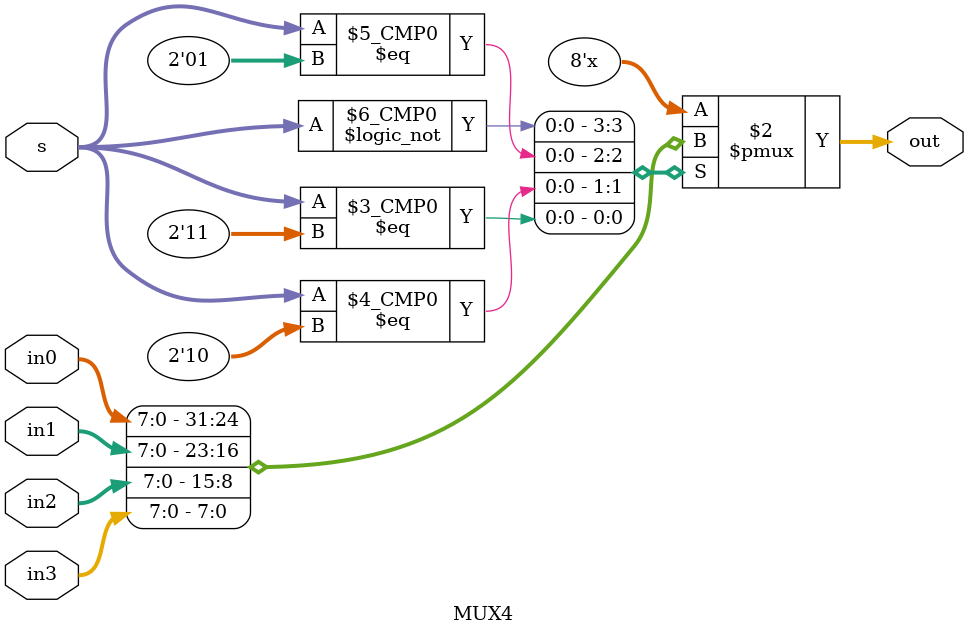
<source format=v>
`timescale 1ns / 1ps


module MUX4 #(parameter WIDTH=8)
    (
    input [WIDTH-1:0] in0,
    input [WIDTH-1:0] in1,
    input [WIDTH-1:0] in2,
    input [WIDTH-1:0] in3,
    input [1:0] s,
    output reg [WIDTH-1:0] out
    );
    
    always@(*)
    begin
        case(s)
        2'b00:out<=in0;
        2'b01:out<=in1;
        2'b10:out<=in2;
        2'b11:out<=in3;
        endcase
    end
    
endmodule
</source>
